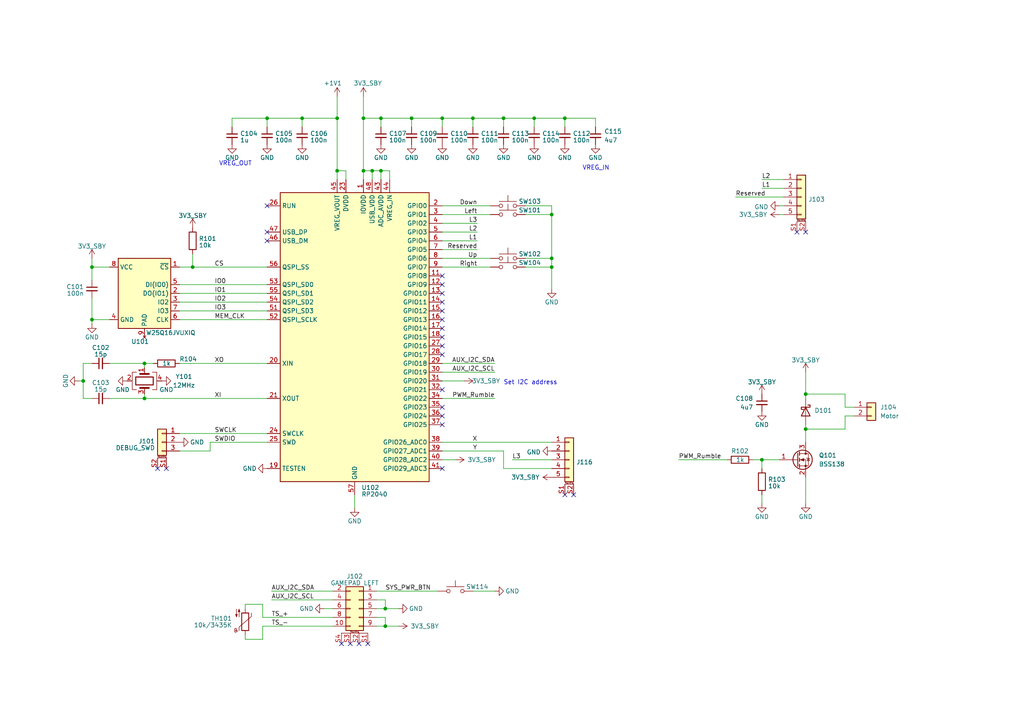
<source format=kicad_sch>
(kicad_sch (version 20230121) (generator eeschema)
  (paper "A4")
  (lib_symbols
    (symbol "Connector_Generic:Conn_01x02" (pin_names (offset 1.016) hide)
      (property "Reference" "J" (at 0 2.54 0))
      (property "Value" "Conn_01x02" (at 0 -5.08 0))
      (symbol "Conn_01x02_1_1"
        (rectangle (start -1.27 -2.413) (end 0 -2.667) (stroke (width 0.1524)))
        (rectangle (start -1.27 0.127) (end 0 -0.127) (stroke (width 0.1524)))
        (rectangle (start -1.27 1.27) (end 1.27 -3.81) (stroke (width 0.254)) (fill (type background)))
        (pin passive line (at -5.08 0 0) (length 3.81) (name "Pin_1") (number "1"))
        (pin passive line (at -5.08 -2.54 0) (length 3.81) (name "Pin_2") (number "2"))
      )
    )
    (symbol "Device:Thermistor_NTC" (pin_numbers hide) (pin_names (offset 0))
      (property "Reference" "TH" (at -4.445 0 90))
      (property "Value" "Thermistor_NTC" (at 3.175 0 90))
      (symbol "Thermistor_NTC_0_1"
        (arc (start -3.048 2.159) (mid -3.0495 2.3143) (end -3.175 2.413))
        (arc (start -3.048 2.159) (mid -2.9736 1.9794) (end -2.794 1.905))
        (arc (start -3.048 2.794) (mid -2.9736 2.6144) (end -2.794 2.54))
        (arc (start -2.794 1.905) (mid -2.6144 1.9794) (end -2.54 2.159))
        (arc (start -2.794 2.54) (mid -2.4393 2.5587) (end -2.159 2.794))
        (arc (start -2.794 3.048) (mid -2.9736 2.9736) (end -3.048 2.794))
        (arc (start -2.54 2.794) (mid -2.6144 2.9736) (end -2.794 3.048))
        (rectangle (start -1.016 2.54) (end 1.016 -2.54) (stroke (width 0.254)))
        (polyline (pts (xy -2.54 2.159) (xy -2.54 2.794)))
        (polyline (pts (xy -1.778 2.54) (xy -1.778 1.524) (xy 1.778 -1.524) (xy 1.778 -2.54)))
        (polyline (pts (xy -2.54 -3.683) (xy -2.54 -1.397) (xy -2.794 -2.159) (xy -2.286 -2.159) (xy -2.54 -1.397) (xy -2.54 -1.651)) (fill (type outline)))
        (polyline (pts (xy -1.778 -1.397) (xy -1.778 -3.683) (xy -2.032 -2.921) (xy -1.524 -2.921) (xy -1.778 -3.683) (xy -1.778 -3.429)) (fill (type outline)))
      )
      (symbol "Thermistor_NTC_1_1"
        (pin passive line (at 0 3.81 270) (length 1.27) (name "~") (number "1"))
        (pin passive line (at 0 -3.81 90) (length 1.27) (name "~") (number "2"))
      )
    )
    (symbol "PS2:3V5_SBY" (power) (pin_names (offset 0))
      (property "Value" "3V3_SBY" (at 0 3.556 0))
      (symbol "3V5_SBY_0_1"
        (polyline (pts (xy -0.762 1.27) (xy 0 2.54)))
        (polyline (pts (xy 0 0) (xy 0 2.54)))
        (polyline (pts (xy 0 2.54) (xy 0.762 1.27)))
      )
      (symbol "3V5_SBY_1_1"
        (pin power_in line (at 0 0 90) (length 0) hide (name "3V3_SBY") (number "1"))
      )
    )
    (symbol "PS2:BSS138-TP" (pin_names hide)
      (property "Reference" "Q" (at 5.08 1.905 0))
      (property "Value" "BSS138" (at 5.08 0 0))
      (symbol "BSS138-TP_0_1"
        (polyline (pts (xy 0.254 0) (xy -2.54 0)))
        (polyline (pts (xy 0.254 1.905) (xy 0.254 -1.905)) (stroke (width 0.254)))
        (polyline (pts (xy 0.762 -1.27) (xy 0.762 -2.286)) (stroke (width 0.254)))
        (polyline (pts (xy 0.762 0.508) (xy 0.762 -0.508)) (stroke (width 0.254)))
        (polyline (pts (xy 0.762 2.286) (xy 0.762 1.27)) (stroke (width 0.254)))
        (polyline (pts (xy 2.54 2.54) (xy 2.54 1.778)))
        (polyline (pts (xy 2.54 -2.54) (xy 2.54 0) (xy 0.762 0)))
        (polyline (pts (xy 0.762 -1.778) (xy 3.302 -1.778) (xy 3.302 1.778) (xy 0.762 1.778)))
        (polyline (pts (xy 1.016 0) (xy 2.032 0.381) (xy 2.032 -0.381) (xy 1.016 0)) (fill (type outline)))
        (polyline (pts (xy 2.794 0.508) (xy 2.921 0.381) (xy 3.683 0.381) (xy 3.81 0.254)))
        (polyline (pts (xy 3.302 0.381) (xy 2.921 -0.254) (xy 3.683 -0.254) (xy 3.302 0.381)))
        (circle (center 1.651 0) (radius 2.794) (stroke (width 0.254)))
        (circle (center 2.54 -1.778) (radius 0.254) (fill (type outline)))
        (circle (center 2.54 1.778) (radius 0.254) (fill (type outline)))
      )
      (symbol "BSS138-TP_1_1"
        (pin input line (at -5.08 0 0) (length 2.54) (name "G") (number "1"))
        (pin passive line (at 2.54 -5.08 90) (length 2.54) (name "S") (number "2"))
        (pin passive line (at 2.54 5.08 270) (length 2.54) (name "D") (number "3"))
      )
    )
    (symbol "PS2:Crystal_GND24" (pin_names (offset 1.016) hide)
      (property "Reference" "Y" (at 3.175 5.08 0))
      (property "Value" "Crystal_GND24" (at 3.175 3.175 0))
      (symbol "Crystal_GND24_0_1"
        (rectangle (start -1.143 2.54) (end 1.143 -2.54) (stroke (width 0.3048)))
        (polyline (pts (xy -2.54 0) (xy -2.032 0)))
        (polyline (pts (xy -2.032 -1.27) (xy -2.032 1.27)) (stroke (width 0.508)))
        (polyline (pts (xy 0 -3.81) (xy 0 -3.556)))
        (polyline (pts (xy 0 3.556) (xy 0 3.81)))
        (polyline (pts (xy 2.032 -1.27) (xy 2.032 1.27)) (stroke (width 0.508)))
        (polyline (pts (xy 2.032 0) (xy 2.54 0)))
        (polyline (pts (xy -2.54 -2.286) (xy -2.54 -3.556) (xy 2.54 -3.556) (xy 2.54 -2.286)))
        (polyline (pts (xy -2.54 2.286) (xy -2.54 3.556) (xy 2.54 3.556) (xy 2.54 2.286)))
      )
      (symbol "Crystal_GND24_1_1"
        (pin passive line (at -3.81 0 0) (length 1.27) (name "1") (number "1"))
        (pin passive line (at 0 5.08 270) (length 1.27) (name "2") (number "2"))
        (pin passive line (at 3.81 0 180) (length 1.27) (name "3") (number "3"))
        (pin passive line (at 0 -5.08 90) (length 1.27) (name "4") (number "4"))
      )
    )
    (symbol "PS2:DF40C-10DP-0.4V" (pin_names (offset 1.016) hide)
      (property "Reference" "J" (at 1.27 7.62 0))
      (property "Value" "DF40C-10DP" (at 6.35 -7.62 0))
      (symbol "DF40C-10DP-0.4V_1_1"
        (rectangle (start -1.27 -4.953) (end 0 -5.207) (stroke (width 0.1524)))
        (rectangle (start -1.27 -2.413) (end 0 -2.667) (stroke (width 0.1524)))
        (rectangle (start -1.27 0.127) (end 0 -0.127) (stroke (width 0.1524)))
        (rectangle (start -1.27 2.667) (end 0 2.413) (stroke (width 0.1524)))
        (rectangle (start -1.27 5.207) (end 0 4.953) (stroke (width 0.1524)))
        (rectangle (start -1.27 6.35) (end 3.81 -6.35) (stroke (width 0.254)) (fill (type background)))
        (polyline (pts (xy -2.54 -7.112) (xy 5.08 -7.112)) (stroke (width 0.1524)))
        (rectangle (start 3.81 -4.953) (end 2.54 -5.207) (stroke (width 0.1524)))
        (rectangle (start 3.81 -2.413) (end 2.54 -2.667) (stroke (width 0.1524)))
        (rectangle (start 3.81 0.127) (end 2.54 -0.127) (stroke (width 0.1524)))
        (rectangle (start 3.81 2.667) (end 2.54 2.413) (stroke (width 0.1524)))
        (rectangle (start 3.81 5.207) (end 2.54 4.953) (stroke (width 0.1524)))
        (text "Mounting" (at 1.27 -6.731 0) (effects (font (size 0.381 0.381))))
        (pin passive line (at -5.08 5.08 0) (length 3.81) (name "Pin_1") (number "1"))
        (pin passive line (at 7.62 -5.08 180) (length 3.81) (name "Pin_10") (number "10"))
        (pin passive line (at 7.62 5.08 180) (length 3.81) (name "Pin_2") (number "2"))
        (pin passive line (at -5.08 2.54 0) (length 3.81) (name "Pin_3") (number "3"))
        (pin passive line (at 7.62 2.54 180) (length 3.81) (name "Pin_4") (number "4"))
        (pin passive line (at -5.08 0 0) (length 3.81) (name "Pin_5") (number "5"))
        (pin passive line (at 7.62 0 180) (length 3.81) (name "Pin_6") (number "6"))
        (pin passive line (at -5.08 -2.54 0) (length 3.81) (name "Pin_7") (number "7"))
        (pin passive line (at 7.62 -2.54 180) (length 3.81) (name "Pin_8") (number "8"))
        (pin passive line (at -5.08 -5.08 0) (length 3.81) (name "Pin_9") (number "9"))
        (pin passive line (at -2.54 -10.16 90) (length 3.048) (name "MountPin") (number "S1"))
        (pin passive line (at 0 -10.16 90) (length 3.048) (name "MountPin") (number "S2"))
        (pin passive line (at 2.54 -10.16 90) (length 3.048) (name "MountPin") (number "S3"))
        (pin passive line (at 5.08 -10.16 90) (length 3.048) (name "MountPin") (number "S4"))
      )
    )
    (symbol "PS2:Molex_5034800540_FFC_5Pin" (pin_names (offset 1.016) hide)
      (property "Reference" "J" (at 0 7.62 0))
      (property "Value" "Molex_5034800540_FFC_5Pin" (at 1.905 0 0))
      (symbol "Molex_5034800540_FFC_5Pin_1_1"
        (rectangle (start -1.27 -4.953) (end 0 -5.207) (stroke (width 0.1524)))
        (rectangle (start -1.27 -2.413) (end 0 -2.667) (stroke (width 0.1524)))
        (rectangle (start -1.27 0.127) (end 0 -0.127) (stroke (width 0.1524)))
        (rectangle (start -1.27 2.667) (end 0 2.413) (stroke (width 0.1524)))
        (rectangle (start -1.27 5.207) (end 0 4.953) (stroke (width 0.1524)))
        (rectangle (start -1.27 6.35) (end 1.27 -6.35) (stroke (width 0.254)) (fill (type background)))
        (polyline (pts (xy -1.27 -7.112) (xy 1.27 -7.112)) (stroke (width 0.1524)))
        (text "Mounting" (at 0 -6.731 0) (effects (font (size 0.381 0.381))))
        (pin passive line (at -5.08 5.08 0) (length 3.81) (name "Pin_1") (number "1"))
        (pin passive line (at -5.08 2.54 0) (length 3.81) (name "Pin_2") (number "2"))
        (pin passive line (at -5.08 0 0) (length 3.81) (name "Pin_3") (number "3"))
        (pin passive line (at -5.08 -2.54 0) (length 3.81) (name "Pin_4") (number "4"))
        (pin passive line (at -5.08 -5.08 0) (length 3.81) (name "Pin_5") (number "5"))
        (pin passive line (at -1.27 -10.16 90) (length 3.048) (name "MountPin") (number "S1"))
        (pin passive line (at 1.27 -10.16 90) (length 3.048) (name "MountPin") (number "S2"))
      )
    )
    (symbol "PS2:NSR0240P2" (pin_numbers hide) (pin_names (offset 1.016) hide)
      (property "Reference" "D" (at 0 2.54 0))
      (symbol "NSR0240P2_0_1"
        (polyline (pts (xy 1.27 0) (xy -1.27 0)))
        (polyline (pts (xy 1.27 1.27) (xy 1.27 -1.27) (xy -1.27 0) (xy 1.27 1.27)) (stroke (width 0.254)))
        (polyline (pts (xy -1.905 0.635) (xy -1.905 1.27) (xy -1.27 1.27) (xy -1.27 -1.27) (xy -0.635 -1.27) (xy -0.635 -0.635)) (stroke (width 0.254)))
      )
      (symbol "NSR0240P2_1_1"
        (pin passive line (at -3.81 0 0) (length 2.54) (name "K") (number "1"))
        (pin passive line (at 3.81 0 180) (length 2.54) (name "A") (number "2"))
      )
    )
    (symbol "PS2:RP2040"
      (property "Reference" "U" (at 17.78 45.72 0))
      (property "Value" "RP2040" (at 17.78 43.18 0))
      (property "Part Number" "RP2040" (at 0 0 0))
      (symbol "RP2040_0_1"
        (rectangle (start -21.59 41.91) (end 21.59 -41.91) (stroke (width 0.254)) (fill (type background)))
      )
      (symbol "RP2040_1_1"
        (pin power_in line (at 2.54 45.72 270) (length 3.81) (name "IOVDD") (number "1"))
        (pin passive line (at 2.54 45.72 270) (length 3.81) hide (name "IOVDD") (number "10"))
        (pin bidirectional line (at 25.4 17.78 180) (length 3.81) (name "GPIO8") (number "11"))
        (pin bidirectional line (at 25.4 15.24 180) (length 3.81) (name "GPIO9") (number "12"))
        (pin bidirectional line (at 25.4 12.7 180) (length 3.81) (name "GPIO10") (number "13"))
        (pin bidirectional line (at 25.4 10.16 180) (length 3.81) (name "GPIO11") (number "14"))
        (pin bidirectional line (at 25.4 7.62 180) (length 3.81) (name "GPIO12") (number "15"))
        (pin bidirectional line (at 25.4 5.08 180) (length 3.81) (name "GPIO13") (number "16"))
        (pin bidirectional line (at 25.4 2.54 180) (length 3.81) (name "GPIO14") (number "17"))
        (pin bidirectional line (at 25.4 0 180) (length 3.81) (name "GPIO15") (number "18"))
        (pin input line (at -25.4 -38.1 0) (length 3.81) (name "TESTEN") (number "19"))
        (pin bidirectional line (at 25.4 38.1 180) (length 3.81) (name "GPIO0") (number "2"))
        (pin input line (at -25.4 -7.62 0) (length 3.81) (name "XIN") (number "20"))
        (pin passive line (at -25.4 -17.78 0) (length 3.81) (name "XOUT") (number "21"))
        (pin passive line (at 2.54 45.72 270) (length 3.81) hide (name "IOVDD") (number "22"))
        (pin power_in line (at -2.54 45.72 270) (length 3.81) (name "DVDD") (number "23"))
        (pin output line (at -25.4 -27.94 0) (length 3.81) (name "SWCLK") (number "24"))
        (pin bidirectional line (at -25.4 -30.48 0) (length 3.81) (name "SWD") (number "25"))
        (pin input line (at -25.4 38.1 0) (length 3.81) (name "RUN") (number "26"))
        (pin bidirectional line (at 25.4 -2.54 180) (length 3.81) (name "GPIO16") (number "27"))
        (pin bidirectional line (at 25.4 -5.08 180) (length 3.81) (name "GPIO17") (number "28"))
        (pin bidirectional line (at 25.4 -7.62 180) (length 3.81) (name "GPIO18") (number "29"))
        (pin bidirectional line (at 25.4 35.56 180) (length 3.81) (name "GPIO1") (number "3"))
        (pin bidirectional line (at 25.4 -10.16 180) (length 3.81) (name "GPIO19") (number "30"))
        (pin bidirectional line (at 25.4 -12.7 180) (length 3.81) (name "GPIO20") (number "31"))
        (pin bidirectional line (at 25.4 -15.24 180) (length 3.81) (name "GPIO21") (number "32"))
        (pin passive line (at 2.54 45.72 270) (length 3.81) hide (name "IOVDD") (number "33"))
        (pin bidirectional line (at 25.4 -17.78 180) (length 3.81) (name "GPIO22") (number "34"))
        (pin bidirectional line (at 25.4 -20.32 180) (length 3.81) (name "GPIO23") (number "35"))
        (pin bidirectional line (at 25.4 -22.86 180) (length 3.81) (name "GPIO24") (number "36"))
        (pin bidirectional line (at 25.4 -25.4 180) (length 3.81) (name "GPIO25") (number "37"))
        (pin bidirectional line (at 25.4 -30.48 180) (length 3.81) (name "GPIO26_ADC0") (number "38"))
        (pin bidirectional line (at 25.4 -33.02 180) (length 3.81) (name "GPIO27_ADC1") (number "39"))
        (pin bidirectional line (at 25.4 33.02 180) (length 3.81) (name "GPIO2") (number "4"))
        (pin bidirectional line (at 25.4 -35.56 180) (length 3.81) (name "GPIO28_ADC2") (number "40"))
        (pin bidirectional line (at 25.4 -38.1 180) (length 3.81) (name "GPIO29_ADC3") (number "41"))
        (pin passive line (at 2.54 45.72 270) (length 3.81) hide (name "IOVDD") (number "42"))
        (pin power_in line (at 7.62 45.72 270) (length 3.81) (name "ADC_AVDD") (number "43"))
        (pin power_in line (at 10.16 45.72 270) (length 3.81) (name "VREG_IN") (number "44"))
        (pin power_out line (at -5.08 45.72 270) (length 3.81) (name "VREG_VOUT") (number "45"))
        (pin bidirectional line (at -25.4 27.94 0) (length 3.81) (name "USB_DM") (number "46"))
        (pin bidirectional line (at -25.4 30.48 0) (length 3.81) (name "USB_DP") (number "47"))
        (pin power_in line (at 5.08 45.72 270) (length 3.81) (name "USB_VDD") (number "48"))
        (pin passive line (at 2.54 45.72 270) (length 3.81) hide (name "IOVDD") (number "49"))
        (pin bidirectional line (at 25.4 30.48 180) (length 3.81) (name "GPIO3") (number "5"))
        (pin passive line (at -2.54 45.72 270) (length 3.81) hide (name "DVDD") (number "50"))
        (pin bidirectional line (at -25.4 7.62 0) (length 3.81) (name "QSPI_SD3") (number "51"))
        (pin output line (at -25.4 5.08 0) (length 3.81) (name "QSPI_SCLK") (number "52"))
        (pin bidirectional line (at -25.4 15.24 0) (length 3.81) (name "QSPI_SD0") (number "53"))
        (pin bidirectional line (at -25.4 10.16 0) (length 3.81) (name "QSPI_SD2") (number "54"))
        (pin bidirectional line (at -25.4 12.7 0) (length 3.81) (name "QSPI_SD1") (number "55"))
        (pin bidirectional line (at -25.4 20.32 0) (length 3.81) (name "QSPI_SS") (number "56"))
        (pin power_in line (at 0 -45.72 90) (length 3.81) (name "GND") (number "57"))
        (pin bidirectional line (at 25.4 27.94 180) (length 3.81) (name "GPIO4") (number "6"))
        (pin bidirectional line (at 25.4 25.4 180) (length 3.81) (name "GPIO5") (number "7"))
        (pin bidirectional line (at 25.4 22.86 180) (length 3.81) (name "GPIO6") (number "8"))
        (pin bidirectional line (at 25.4 20.32 180) (length 3.81) (name "GPIO7") (number "9"))
      )
    )
    (symbol "PS2:RP2040_Debug_Conn_3Pin_Vertical" (pin_names (offset 1.016) hide)
      (property "Reference" "J" (at 0 5.08 0))
      (symbol "RP2040_Debug_Conn_3Pin_Vertical_1_1"
        (rectangle (start -1.27 -2.413) (end 0 -2.667) (stroke (width 0.1524)))
        (rectangle (start -1.27 0.127) (end 0 -0.127) (stroke (width 0.1524)))
        (rectangle (start -1.27 2.667) (end 0 2.413) (stroke (width 0.1524)))
        (rectangle (start -1.27 3.81) (end 1.27 -3.81) (stroke (width 0.254)) (fill (type background)))
        (polyline (pts (xy -1.27 -4.572) (xy 1.27 -4.572)) (stroke (width 0.1524)))
        (text "Mounting" (at 0 -4.191 0) (effects (font (size 0.381 0.381))))
        (pin passive line (at -5.08 2.54 0) (length 3.81) (name "Pin_1") (number "1"))
        (pin passive line (at -5.08 0 0) (length 3.81) (name "Pin_2") (number "2"))
        (pin passive line (at -5.08 -2.54 0) (length 3.81) (name "Pin_3") (number "3"))
        (pin passive line (at -1.27 -7.62 90) (length 3.048) (name "MountPin") (number "S1"))
        (pin passive line (at 1.27 -7.62 90) (length 3.048) (name "MountPin") (number "S2"))
      )
    )
    (symbol "PS2:W25Q16JVUXIQ"
      (property "Reference" "U" (at -6.35 11.43 0))
      (property "Value" "W25Q16JVUXIQ" (at 7.62 11.43 0))
      (symbol "W25Q16JVUXIQ_0_1"
        (rectangle (start -7.62 10.16) (end 7.62 -10.16) (stroke (width 0.254)) (fill (type background)))
      )
      (symbol "W25Q16JVUXIQ_1_1"
        (pin input line (at -10.16 7.62 0) (length 2.54) (name "~{CS}") (number "1"))
        (pin bidirectional line (at -10.16 0 0) (length 2.54) (name "DO(IO1)") (number "2"))
        (pin bidirectional line (at -10.16 -2.54 0) (length 2.54) (name "IO2") (number "3"))
        (pin power_in line (at 10.16 -7.62 180) (length 2.54) (name "GND") (number "4"))
        (pin bidirectional line (at -10.16 2.54 0) (length 2.54) (name "DI(IO0)") (number "5"))
        (pin input line (at -10.16 -7.62 0) (length 2.54) (name "CLK") (number "6"))
        (pin bidirectional line (at -10.16 -5.08 0) (length 2.54) (name "IO3") (number "7"))
        (pin power_in line (at 10.16 7.62 180) (length 2.54) (name "VCC") (number "8"))
        (pin no_connect line (at 0 -12.7 90) (length 2.54) (name "PAD") (number "9"))
      )
    )
    (symbol "PS2_Capacitors:C_100n_0402" (pin_numbers hide) (pin_names (offset 0.254) hide)
      (property "Reference" "C" (at 0.254 1.778 0))
      (property "Value" "100n" (at 0.254 -2.032 0))
      (symbol "C_100n_0402_0_1"
        (polyline (pts (xy -1.524 -0.508) (xy 1.524 -0.508)) (stroke (width 0.3302)))
        (polyline (pts (xy -1.524 0.508) (xy 1.524 0.508)) (stroke (width 0.3048)))
      )
      (symbol "C_100n_0402_1_1"
        (pin passive line (at 0 2.54 270) (length 2.032) (name "~") (number "1"))
        (pin passive line (at 0 -2.54 90) (length 2.032) (name "~") (number "2"))
      )
    )
    (symbol "PS2_Capacitors:C_15p_0402" (pin_numbers hide) (pin_names (offset 0.254) hide)
      (property "Reference" "C" (at 0.254 1.778 0))
      (property "Value" "15p" (at 0.254 -2.032 0))
      (symbol "C_15p_0402_0_1"
        (polyline (pts (xy -1.524 -0.508) (xy 1.524 -0.508)) (stroke (width 0.3302)))
        (polyline (pts (xy -1.524 0.508) (xy 1.524 0.508)) (stroke (width 0.3048)))
      )
      (symbol "C_15p_0402_1_1"
        (pin passive line (at 0 2.54 270) (length 2.032) (name "~") (number "1"))
        (pin passive line (at 0 -2.54 90) (length 2.032) (name "~") (number "2"))
      )
    )
    (symbol "PS2_Capacitors:C_1u_0603" (pin_numbers hide) (pin_names (offset 0.254) hide)
      (property "Reference" "C" (at 0.254 1.778 0))
      (property "Value" "1u" (at 0.254 -2.032 0))
      (symbol "C_1u_0603_0_1"
        (polyline (pts (xy -1.524 -0.508) (xy 1.524 -0.508)) (stroke (width 0.3302)))
        (polyline (pts (xy -1.524 0.508) (xy 1.524 0.508)) (stroke (width 0.3048)))
      )
      (symbol "C_1u_0603_1_1"
        (pin passive line (at 0 2.54 270) (length 2.032) (name "~") (number "1"))
        (pin passive line (at 0 -2.54 90) (length 2.032) (name "~") (number "2"))
      )
    )
    (symbol "PS2_Capacitors:C_4u7_0805" (pin_numbers hide) (pin_names (offset 0.254) hide)
      (property "Reference" "C" (at 0.254 1.778 0))
      (property "Value" "4u7" (at 0.254 -2.032 0))
      (symbol "C_4u7_0805_0_1"
        (polyline (pts (xy -1.524 -0.508) (xy 1.524 -0.508)) (stroke (width 0.3302)))
        (polyline (pts (xy -1.524 0.508) (xy 1.524 0.508)) (stroke (width 0.3048)))
      )
      (symbol "C_4u7_0805_1_1"
        (pin passive line (at 0 2.54 270) (length 2.032) (name "~") (number "1"))
        (pin passive line (at 0 -2.54 90) (length 2.032) (name "~") (number "2"))
      )
    )
    (symbol "PS2_Resistors:R_10k_0402" (pin_numbers hide) (pin_names (offset 0))
      (property "Reference" "R" (at 2.032 0 90))
      (property "Value" "10k" (at 0 0 90))
      (symbol "R_10k_0402_0_1"
        (rectangle (start -1.016 -2.54) (end 1.016 2.54) (stroke (width 0.254)))
      )
      (symbol "R_10k_0402_1_1"
        (pin passive line (at 0 3.81 270) (length 1.27) (name "~") (number "1"))
        (pin passive line (at 0 -3.81 90) (length 1.27) (name "~") (number "2"))
      )
    )
    (symbol "PS2_Resistors:R_1k_0402" (pin_numbers hide) (pin_names (offset 0))
      (property "Reference" "R" (at 2.032 0 90))
      (property "Value" "1k" (at 0 0 90))
      (symbol "R_1k_0402_0_1"
        (rectangle (start -1.016 -2.54) (end 1.016 2.54) (stroke (width 0.254)))
      )
      (symbol "R_1k_0402_1_1"
        (pin passive line (at 0 3.81 270) (length 1.27) (name "~") (number "1"))
        (pin passive line (at 0 -3.81 90) (length 1.27) (name "~") (number "2"))
      )
    )
    (symbol "Switch:SW_Push" (pin_numbers hide) (pin_names (offset 1.016) hide)
      (property "Reference" "SW" (at 1.27 2.54 0))
      (property "Value" "SW_Push" (at 0 -1.524 0))
      (symbol "SW_Push_0_1"
        (circle (center -2.032 0) (radius 0.508))
        (polyline (pts (xy 0 1.27) (xy 0 3.048)))
        (polyline (pts (xy 2.54 1.27) (xy -2.54 1.27)))
        (circle (center 2.032 0) (radius 0.508))
        (pin passive line (at -5.08 0 0) (length 2.54) (name "1") (number "1"))
        (pin passive line (at 5.08 0 180) (length 2.54) (name "2") (number "2"))
      )
    )
    (symbol "power:+1V1" (power) (pin_names (offset 0))
      (property "Value" "+1V1" (at 0 3.556 0))
      (symbol "+1V1_0_1"
        (polyline (pts (xy -0.762 1.27) (xy 0 2.54)))
        (polyline (pts (xy 0 0) (xy 0 2.54)))
        (polyline (pts (xy 0 2.54) (xy 0.762 1.27)))
      )
      (symbol "+1V1_1_1"
        (pin power_in line (at 0 0 90) (length 0) hide (name "+1V1") (number "1"))
      )
    )
    (symbol "power:GND" (power) (pin_names (offset 0))
      (property "Value" "GND" (at 0 -3.81 0))
      (symbol "GND_0_1"
        (polyline (pts (xy 0 0) (xy 0 -1.27) (xy 1.27 -1.27) (xy 0 -2.54) (xy -1.27 -1.27) (xy 0 -1.27)))
      )
      (symbol "GND_1_1"
        (pin power_in line (at 0 0 270) (length 0) hide (name "GND") (number "1"))
      )
    )
  )
  (junction (at 233.68 114.3))
  (junction (at 233.68 124.46))
  (junction (at 105.41 34.29))
  (junction (at 41.91 115.57))
  (junction (at 87.63 34.29))
  (junction (at 160.02 74.93))
  (junction (at 220.98 133.35))
  (junction (at 160.02 62.23))
  (junction (at 154.94 34.29))
  (junction (at 24.13 110.49))
  (junction (at 110.49 34.29))
  (junction (at 137.16 34.29))
  (junction (at 111.76 181.61))
  (junction (at 160.02 77.47))
  (junction (at 128.27 34.29))
  (junction (at 111.76 176.53))
  (junction (at 77.47 34.29))
  (junction (at 55.88 77.47))
  (junction (at 105.41 49.53))
  (junction (at 110.49 49.53))
  (junction (at 26.67 77.47))
  (junction (at 97.79 34.29))
  (junction (at 107.95 49.53))
  (junction (at 26.67 92.71))
  (junction (at 163.83 34.29))
  (junction (at 97.79 49.53))
  (junction (at 41.91 105.41))
  (junction (at 146.05 34.29))
  (junction (at 119.38 34.29))
  (no_connect (at 128.27 102.87))
  (no_connect (at 128.27 85.09))
  (no_connect (at 128.27 113.03))
  (no_connect (at 128.27 82.55))
  (no_connect (at 106.68 186.69))
  (no_connect (at 166.37 143.51))
  (no_connect (at 128.27 95.25))
  (no_connect (at 128.27 87.63))
  (no_connect (at 128.27 123.19))
  (no_connect (at 231.14 67.31))
  (no_connect (at 77.47 69.85))
  (no_connect (at 128.27 135.89))
  (no_connect (at 128.27 97.79))
  (no_connect (at 45.72 135.89))
  (no_connect (at 128.27 118.11))
  (no_connect (at 99.06 186.69))
  (no_connect (at 77.47 67.31))
  (no_connect (at 233.68 67.31))
  (no_connect (at 128.27 92.71))
  (no_connect (at 104.14 186.69))
  (no_connect (at 128.27 100.33))
  (no_connect (at 128.27 80.01))
  (no_connect (at 101.6 186.69))
  (no_connect (at 77.47 59.69))
  (no_connect (at 128.27 120.65))
  (no_connect (at 48.26 135.89))
  (no_connect (at 163.83 143.51))
  (no_connect (at 128.27 90.17))
  (wire (pts (xy 110.49 34.29) (xy 110.49 36.83)))
  (wire (pts (xy 137.16 34.29) (xy 137.16 36.83)))
  (wire (pts (xy 128.27 64.77) (xy 138.43 64.77)))
  (wire (pts (xy 152.4 59.69) (xy 160.02 59.69)))
  (wire (pts (xy 137.16 34.29) (xy 128.27 34.29)))
  (wire (pts (xy 111.76 173.99) (xy 111.76 176.53)))
  (wire (pts (xy 128.27 69.85) (xy 138.43 69.85)))
  (wire (pts (xy 105.41 27.94) (xy 105.41 34.29)))
  (wire (pts (xy 148.59 133.35) (xy 160.02 133.35)))
  (wire (pts (xy 41.91 115.57) (xy 41.91 114.3)))
  (wire (pts (xy 146.05 130.81) (xy 146.05 135.89)))
  (wire (pts (xy 52.07 90.17) (xy 77.47 90.17)))
  (wire (pts (xy 110.49 34.29) (xy 105.41 34.29)))
  (wire (pts (xy 78.74 173.99) (xy 96.52 173.99)))
  (wire (pts (xy 152.4 77.47) (xy 160.02 77.47)))
  (wire (pts (xy 119.38 34.29) (xy 119.38 36.83)))
  (wire (pts (xy 152.4 74.93) (xy 160.02 74.93)))
  (wire (pts (xy 172.72 34.29) (xy 163.83 34.29)))
  (wire (pts (xy 154.94 34.29) (xy 146.05 34.29)))
  (wire (pts (xy 196.85 133.35) (xy 210.82 133.35)))
  (wire (pts (xy 52.07 82.55) (xy 77.47 82.55)))
  (wire (pts (xy 52.07 92.71) (xy 77.47 92.71)))
  (wire (pts (xy 77.47 115.57) (xy 41.91 115.57)))
  (wire (pts (xy 52.07 77.47) (xy 55.88 77.47)))
  (wire (pts (xy 41.91 105.41) (xy 44.45 105.41)))
  (wire (pts (xy 31.75 115.57) (xy 41.91 115.57)))
  (wire (pts (xy 163.83 34.29) (xy 154.94 34.29)))
  (wire (pts (xy 93.98 176.53) (xy 96.52 176.53)))
  (wire (pts (xy 233.68 138.43) (xy 233.68 146.05)))
  (wire (pts (xy 233.68 124.46) (xy 245.11 124.46)))
  (wire (pts (xy 111.76 181.61) (xy 115.57 181.61)))
  (wire (pts (xy 128.27 62.23) (xy 142.24 62.23)))
  (wire (pts (xy 67.31 34.29) (xy 77.47 34.29)))
  (wire (pts (xy 60.96 128.27) (xy 77.47 128.27)))
  (wire (pts (xy 76.2 175.26) (xy 76.2 179.07)))
  (wire (pts (xy 26.67 92.71) (xy 26.67 93.98)))
  (wire (pts (xy 128.27 72.39) (xy 138.43 72.39)))
  (wire (pts (xy 146.05 34.29) (xy 146.05 36.83)))
  (wire (pts (xy 172.72 36.83) (xy 172.72 34.29)))
  (wire (pts (xy 110.49 49.53) (xy 107.95 49.53)))
  (wire (pts (xy 163.83 34.29) (xy 163.83 36.83)))
  (wire (pts (xy 26.67 77.47) (xy 26.67 81.28)))
  (wire (pts (xy 160.02 62.23) (xy 160.02 74.93)))
  (wire (pts (xy 160.02 59.69) (xy 160.02 62.23)))
  (wire (pts (xy 160.02 77.47) (xy 160.02 83.82)))
  (wire (pts (xy 115.57 176.53) (xy 111.76 176.53)))
  (wire (pts (xy 128.27 34.29) (xy 128.27 36.83)))
  (wire (pts (xy 233.68 124.46) (xy 233.68 123.19)))
  (wire (pts (xy 128.27 74.93) (xy 142.24 74.93)))
  (wire (pts (xy 107.95 49.53) (xy 107.95 52.07)))
  (wire (pts (xy 146.05 135.89) (xy 160.02 135.89)))
  (wire (pts (xy 220.98 52.07) (xy 227.33 52.07)))
  (wire (pts (xy 26.67 77.47) (xy 31.75 77.47)))
  (wire (pts (xy 55.88 77.47) (xy 77.47 77.47)))
  (wire (pts (xy 146.05 34.29) (xy 137.16 34.29)))
  (wire (pts (xy 26.67 92.71) (xy 31.75 92.71)))
  (wire (pts (xy 233.68 107.95) (xy 233.68 114.3)))
  (wire (pts (xy 97.79 34.29) (xy 97.79 49.53)))
  (wire (pts (xy 26.67 86.36) (xy 26.67 92.71)))
  (wire (pts (xy 128.27 115.57) (xy 143.51 115.57)))
  (wire (pts (xy 226.06 62.23) (xy 227.33 62.23)))
  (wire (pts (xy 24.13 105.41) (xy 26.67 105.41)))
  (wire (pts (xy 128.27 110.49) (xy 134.62 110.49)))
  (wire (pts (xy 220.98 135.89) (xy 220.98 133.35)))
  (wire (pts (xy 233.68 114.3) (xy 245.11 114.3)))
  (wire (pts (xy 52.07 125.73) (xy 77.47 125.73)))
  (wire (pts (xy 247.65 120.65) (xy 245.11 120.65)))
  (wire (pts (xy 109.22 171.45) (xy 127 171.45)))
  (wire (pts (xy 52.07 85.09) (xy 77.47 85.09)))
  (wire (pts (xy 110.49 34.29) (xy 119.38 34.29)))
  (wire (pts (xy 77.47 34.29) (xy 87.63 34.29)))
  (wire (pts (xy 160.02 74.93) (xy 160.02 77.47)))
  (wire (pts (xy 76.2 185.42) (xy 76.2 181.61)))
  (wire (pts (xy 110.49 49.53) (xy 110.49 52.07)))
  (wire (pts (xy 24.13 110.49) (xy 24.13 105.41)))
  (wire (pts (xy 109.22 181.61) (xy 111.76 181.61)))
  (wire (pts (xy 76.2 179.07) (xy 96.52 179.07)))
  (wire (pts (xy 52.07 105.41) (xy 77.47 105.41)))
  (wire (pts (xy 128.27 130.81) (xy 146.05 130.81)))
  (wire (pts (xy 119.38 34.29) (xy 128.27 34.29)))
  (wire (pts (xy 78.74 171.45) (xy 96.52 171.45)))
  (wire (pts (xy 233.68 124.46) (xy 233.68 128.27)))
  (wire (pts (xy 60.96 130.81) (xy 60.96 128.27)))
  (wire (pts (xy 97.79 27.94) (xy 97.79 34.29)))
  (wire (pts (xy 128.27 107.95) (xy 143.51 107.95)))
  (wire (pts (xy 128.27 128.27) (xy 160.02 128.27)))
  (wire (pts (xy 128.27 67.31) (xy 138.43 67.31)))
  (wire (pts (xy 55.88 73.66) (xy 55.88 77.47)))
  (wire (pts (xy 71.12 176.53) (xy 71.12 175.26)))
  (wire (pts (xy 109.22 179.07) (xy 111.76 179.07)))
  (wire (pts (xy 245.11 118.11) (xy 245.11 114.3)))
  (wire (pts (xy 97.79 49.53) (xy 100.33 49.53)))
  (wire (pts (xy 97.79 52.07) (xy 97.79 49.53)))
  (wire (pts (xy 213.36 57.15) (xy 227.33 57.15)))
  (wire (pts (xy 220.98 143.51) (xy 220.98 146.05)))
  (wire (pts (xy 152.4 62.23) (xy 160.02 62.23)))
  (wire (pts (xy 111.76 179.07) (xy 111.76 181.61)))
  (wire (pts (xy 87.63 34.29) (xy 97.79 34.29)))
  (wire (pts (xy 26.67 115.57) (xy 24.13 115.57)))
  (wire (pts (xy 111.76 173.99) (xy 109.22 173.99)))
  (wire (pts (xy 220.98 133.35) (xy 226.06 133.35)))
  (wire (pts (xy 113.03 52.07) (xy 113.03 49.53)))
  (wire (pts (xy 218.44 133.35) (xy 220.98 133.35)))
  (wire (pts (xy 87.63 34.29) (xy 87.63 36.83)))
  (wire (pts (xy 102.87 143.51) (xy 102.87 147.32)))
  (wire (pts (xy 143.51 171.45) (xy 137.16 171.45)))
  (wire (pts (xy 245.11 120.65) (xy 245.11 124.46)))
  (wire (pts (xy 226.06 59.69) (xy 227.33 59.69)))
  (wire (pts (xy 67.31 36.83) (xy 67.31 34.29)))
  (wire (pts (xy 76.2 181.61) (xy 96.52 181.61)))
  (wire (pts (xy 26.67 74.93) (xy 26.67 77.47)))
  (wire (pts (xy 77.47 34.29) (xy 77.47 36.83)))
  (wire (pts (xy 52.07 130.81) (xy 60.96 130.81)))
  (wire (pts (xy 128.27 105.41) (xy 143.51 105.41)))
  (wire (pts (xy 105.41 49.53) (xy 105.41 52.07)))
  (wire (pts (xy 247.65 118.11) (xy 245.11 118.11)))
  (wire (pts (xy 128.27 133.35) (xy 132.08 133.35)))
  (wire (pts (xy 41.91 106.68) (xy 41.91 105.41)))
  (wire (pts (xy 154.94 34.29) (xy 154.94 36.83)))
  (wire (pts (xy 71.12 185.42) (xy 76.2 185.42)))
  (wire (pts (xy 128.27 59.69) (xy 142.24 59.69)))
  (wire (pts (xy 111.76 176.53) (xy 109.22 176.53)))
  (wire (pts (xy 31.75 105.41) (xy 41.91 105.41)))
  (wire (pts (xy 100.33 49.53) (xy 100.33 52.07)))
  (wire (pts (xy 107.95 49.53) (xy 105.41 49.53)))
  (wire (pts (xy 105.41 34.29) (xy 105.41 49.53)))
  (wire (pts (xy 71.12 175.26) (xy 76.2 175.26)))
  (wire (pts (xy 24.13 115.57) (xy 24.13 110.49)))
  (wire (pts (xy 233.68 114.3) (xy 233.68 115.57)))
  (wire (pts (xy 113.03 49.53) (xy 110.49 49.53)))
  (wire (pts (xy 71.12 184.15) (xy 71.12 185.42)))
  (wire (pts (xy 22.86 110.49) (xy 24.13 110.49)))
  (wire (pts (xy 128.27 77.47) (xy 142.24 77.47)))
  (wire (pts (xy 220.98 54.61) (xy 227.33 54.61)))
  (wire (pts (xy 52.07 87.63) (xy 77.47 87.63)))
  (text "VREG_OUT" (at 63.5 48.26 0) (effects (font (size 1.27 1.27)) (justify left bottom)))
  (text "VREG_IN" (at 168.91 49.53 0) (effects (font (size 1.27 1.27)) (justify left bottom)))
  (text "Set I2C address" (at 146.05 111.76 0) (effects (font (size 1.27 1.27)) (justify left bottom)))
  (label "Y" (at 138.43 130.81 180))
  (label "L2" (at 220.98 52.07 0))
  (label "AUX_I2C_SCL" (at 143.51 107.95 180))
  (label "AUX_I2C_SDA" (at 78.74 171.45 0))
  (label "X" (at 138.43 128.27 180))
  (label "PWM_Rumble" (at 196.85 133.35 0))
  (label "L1" (at 138.43 69.85 180))
  (label "TS_+" (at 78.74 179.07 0))
  (label "IO2" (at 62.23 87.63 0))
  (label "Reserved" (at 213.36 57.15 0))
  (label "L3" (at 138.43 64.77 180))
  (label "L1" (at 220.98 54.61 0))
  (label "TS_-" (at 78.74 181.61 0))
  (label "MEM_CLK" (at 62.23 92.71 0))
  (label "L2" (at 138.43 67.31 180))
  (label "L3" (at 148.59 133.35 0))
  (label "IO0" (at 62.23 82.55 0))
  (label "CS" (at 62.23 77.47 0))
  (label "SWDIO" (at 62.23 128.27 0))
  (label "AUX_I2C_SCL" (at 78.74 173.99 0))
  (label "SWCLK" (at 62.23 125.73 0))
  (label "PWM_Rumble" (at 143.51 115.57 180))
  (label "SYS_PWR_BTN" (at 111.76 171.45 0))
  (label "Up" (at 138.43 74.93 180))
  (label "Left" (at 138.43 62.23 180))
  (label "Down" (at 138.43 59.69 180))
  (label "Right" (at 138.43 77.47 180))
  (label "IO1" (at 62.23 85.09 0))
  (label "AUX_I2C_SDA" (at 143.51 105.41 180))
  (label "Reserved" (at 138.43 72.39 180))
  (label "XI" (at 62.23 115.57 0))
  (label "XO" (at 62.23 105.41 0))
  (label "IO3" (at 62.23 90.17 0))
  (symbol (lib_id "power:GND") (at 52.07 128.27 90) (unit 1)
    (property "Reference" "#PWR0114" (effects hide))
    (property "Value" "GND" (at 57.15 128.27 90))
  )
  (symbol (lib_id "power:GND") (at 172.72 41.91 0) (unit 1)
    (property "Reference" "#PWR0122" (effects hide))
    (property "Value" "GND" (at 172.72 45.72 0))
  )
  (symbol (lib_id "power:GND") (at 87.63 41.91 0) (unit 1)
    (property "Reference" "#PWR0109" (effects hide))
    (property "Value" "GND" (at 87.63 45.72 0))
  )
  (symbol (lib_id "power:GND") (at 233.68 146.05 0) (unit 1)
    (property "Reference" "#PWR0129" (effects hide))
    (property "Value" "GND" (at 233.68 149.86 0))
  )
  (symbol (lib_id "PS2:3V5_SBY") (at 160.02 138.43 90) (unit 1)
    (property "Reference" "#PWR0118" (effects hide))
    (property "Value" "3V3_SBY" (at 152.4 138.43 90))
  )
  (symbol (lib_id "power:GND") (at 143.51 171.45 90) (unit 1)
    (property "Reference" "#PWR0159" (effects hide))
    (property "Value" "GND" (at 148.59 171.45 90))
  )
  (symbol (lib_id "PS2_Capacitors:C_100n_0402") (at 163.83 39.37 0) (unit 1)
    (property "Reference" "C112" (at 166.1541 38.7326 0) (effects (justify left)))
    (property "Value" "100n" (at 166.1541 40.6536 0) (effects (justify left)))
    (property "Footprint" "PS2:C_0402_1005Metric" (effects hide))
    (property "Datasheet" "https://www.mouser.at/datasheet/2/447/UPY_NP0X5R_01005_4V_to_25V_V10-3003057.pdf" (effects hide))
    (property "Part Number" "CC0402KRX7R7BB104" (effects hide))
  )
  (symbol (lib_id "power:GND") (at 115.57 176.53 90) (mirror x) (unit 1)
    (property "Reference" "#PWR0131" (effects hide))
    (property "Value" "GND" (at 120.65 176.53 90))
  )
  (symbol (lib_id "PS2_Capacitors:C_1u_0603") (at 67.31 39.37 0) (unit 1)
    (property "Reference" "C104" (at 69.6341 38.7326 0) (effects (justify left)))
    (property "Value" "1u" (at 69.6341 40.6536 0) (effects (justify left)))
    (property "Footprint" "PS2:C_0603_1608Metric" (effects hide))
    (property "Datasheet" "https://www.mouser.at/datasheet/2/447/UPY_GPHC_X7R_6_3V_to_250V_23-3084653.pdf" (effects hide))
    (property "Part Number" "CC0603KRX7R7BB105" (effects hide))
  )
  (symbol (lib_id "power:+1V1") (at 97.79 27.94 0) (unit 1)
    (property "Reference" "#PWR0110" (effects hide))
    (property "Value" "+1V1" (at 96.52 24.13 0))
  )
  (symbol (lib_id "power:GND") (at 137.16 41.91 0) (unit 1)
    (property "Reference" "#PWR0117" (effects hide))
    (property "Value" "GND" (at 137.16 45.72 0))
  )
  (symbol (lib_id "power:GND") (at 119.38 41.91 0) (unit 1)
    (property "Reference" "#PWR0115" (effects hide))
    (property "Value" "GND" (at 119.38 45.72 0))
  )
  (symbol (lib_id "power:GND") (at 226.06 59.69 270) (unit 1)
    (property "Reference" "#PWR0134" (effects hide))
    (property "Value" "GND" (at 222.8851 60.0068 90) (effects (justify right)))
  )
  (symbol (lib_id "PS2:3V5_SBY") (at 105.41 27.94 0) (unit 1)
    (property "Reference" "#PWR0112" (effects hide))
    (property "Value" "3V3_SBY" (at 106.68 24.13 0))
  )
  (symbol (lib_id "PS2:Molex_5034800540_FFC_5Pin") (at 232.41 57.15 0) (unit 1)
    (property "Reference" "J103" (at 234.442 57.8224 0) (effects (justify left)))
    (property "Value" "Conn_01x05_MountingPin" (effects hide))
    (property "Footprint" "PS2:CON_5034800540_MOL" (effects hide))
    (property "Part Number" "5034800540" (effects hide))
  )
  (symbol (lib_id "power:GND") (at 102.87 147.32 0) (unit 1)
    (property "Reference" "#PWR0111" (effects hide))
    (property "Value" "GND" (at 102.87 151.13 0))
  )
  (symbol (lib_id "PS2_Capacitors:C_100n_0402") (at 154.94 39.37 0) (unit 1)
    (property "Reference" "C114" (at 157.2641 38.7326 0) (effects (justify left)))
    (property "Value" "100n" (at 157.2641 40.6536 0) (effects (justify left)))
    (property "Footprint" "PS2:C_0402_1005Metric" (effects hide))
    (property "Datasheet" "https://www.mouser.at/datasheet/2/447/UPY_NP0X5R_01005_4V_to_25V_V10-3003057.pdf" (effects hide))
    (property "Part Number" "CC0402KRX7R7BB104" (effects hide))
  )
  (symbol (lib_id "power:GND") (at 22.86 110.49 270) (mirror x) (unit 1)
    (property "Reference" "#PWR0101" (effects hide))
    (property "Value" "GND" (at 19.05 110.49 0))
  )
  (symbol (lib_id "PS2:3V5_SBY") (at 226.06 62.23 90) (unit 1)
    (property "Reference" "#PWR0132" (effects hide))
    (property "Value" "3V3_SBY" (at 218.44 62.23 90))
  )
  (symbol (lib_id "PS2:3V5_SBY") (at 132.08 133.35 270) (unit 1)
    (property "Reference" "#PWR0120" (effects hide))
    (property "Value" "3V3_SBY" (at 139.7 133.35 90))
  )
  (symbol (lib_id "PS2_Capacitors:C_100n_0402") (at 87.63 39.37 0) (unit 1)
    (property "Reference" "C106" (at 89.9541 38.7326 0) (effects (justify left)))
    (property "Value" "100n" (at 89.9541 40.6536 0) (effects (justify left)))
    (property "Footprint" "PS2:C_0402_1005Metric" (effects hide))
    (property "Datasheet" "https://www.mouser.at/datasheet/2/447/UPY_NP0X5R_01005_4V_to_25V_V10-3003057.pdf" (effects hide))
    (property "Part Number" "CC0402KRX7R7BB104" (effects hide))
  )
  (symbol (lib_id "power:GND") (at 220.98 146.05 0) (unit 1)
    (property "Reference" "#PWR0125" (effects hide))
    (property "Value" "GND" (at 220.98 149.86 0))
  )
  (symbol (lib_id "PS2:3V5_SBY") (at 55.88 66.04 0) (unit 1)
    (property "Reference" "#PWR0138" (effects hide))
    (property "Value" "3V3_SBY" (at 55.88 62.5381 0))
  )
  (symbol (lib_id "power:GND") (at 77.47 41.91 0) (unit 1)
    (property "Reference" "#PWR0107" (effects hide))
    (property "Value" "GND" (at 77.47 45.72 0))
  )
  (symbol (lib_id "PS2:3V5_SBY") (at 233.68 107.95 0) (unit 1)
    (property "Reference" "#PWR0127" (effects hide))
    (property "Value" "3V3_SBY" (at 233.68 104.4481 0))
  )
  (symbol (lib_id "power:GND") (at 128.27 41.91 0) (unit 1)
    (property "Reference" "#PWR0116" (effects hide))
    (property "Value" "GND" (at 128.27 45.72 0))
  )
  (symbol (lib_id "PS2:3V5_SBY") (at 134.62 110.49 270) (unit 1)
    (property "Reference" "#PWR0162" (effects hide))
    (property "Value" "3V3_SBY" (at 140.97 110.49 90))
  )
  (symbol (lib_id "PS2_Resistors:R_1k_0402") (at 214.63 133.35 90) (mirror x) (unit 1)
    (property "Reference" "R102" (at 217.17 130.81 90) (effects (justify left)))
    (property "Value" "1k" (at 215.9 133.35 90) (effects (justify left)))
    (property "Footprint" "PS2:R_0402_1005Metric" (effects hide))
    (property "Part Number" "RC0402FR-071KL" (effects hide))
  )
  (symbol (lib_id "PS2_Capacitors:C_100n_0402") (at 77.47 39.37 0) (unit 1)
    (property "Reference" "C105" (at 79.7941 38.7326 0) (effects (justify left)))
    (property "Value" "100n" (at 79.7941 40.6536 0) (effects (justify left)))
    (property "Footprint" "PS2:C_0402_1005Metric" (effects hide))
    (property "Datasheet" "https://www.mouser.at/datasheet/2/447/UPY_NP0X5R_01005_4V_to_25V_V10-3003057.pdf" (effects hide))
    (property "Part Number" "CC0402KRX7R7BB104" (effects hide))
  )
  (symbol (lib_id "PS2_Capacitors:C_4u7_0805") (at 172.72 39.37 0) (unit 1)
    (property "Reference" "C115" (at 175.26 38.1063 0) (effects (justify left)))
    (property "Value" "4u7" (at 175.26 40.6463 0) (effects (justify left)))
    (property "Footprint" "PS2:C_0805_2012Metric" (effects hide))
    (property "Datasheet" "https://mm.digikey.com/Volume0/opasdata/d220001/medias/docus/41/CL21A475KAQNNNE_Spec.pdf" (effects hide))
    (property "Part Number" "CL21A475KAQNNNE" (effects hide))
  )
  (symbol (lib_id "Connector_Generic:Conn_01x02") (at 252.73 118.11 0) (unit 1) (in_bom no)
    (property "Reference" "J104" (at 255.27 118.11 0) (effects (justify left)))
    (property "Value" "Motor" (at 255.27 120.65 0) (effects (justify left)))
    (property "Footprint" "PS2:rumble_dual_solder_pad" (effects hide))
  )
  (symbol (lib_id "power:GND") (at 46.99 110.49 90) (unit 1)
    (property "Reference" "#PWR0105" (effects hide))
    (property "Value" "GND" (at 48.26 113.03 90))
  )
  (symbol (lib_id "PS2:Crystal_GND24") (at 41.91 110.49 90) (mirror x) (unit 1)
    (property "Reference" "Y101" (at 53.34 109.22 90))
    (property "Value" "12MHz" (at 53.34 111.76 90))
    (property "Footprint" "Crystal:Crystal_SMD_3225-4Pin_3.2x2.5mm" (effects hide))
    (property "Part Number" "FL1200112" (effects hide))
  )
  (symbol (lib_id "Switch:SW_Push") (at 132.08 171.45 0) (unit 1)
    (property "Reference" "SW114" (at 138.43 170.18 0))
    (property "Value" "SW" (effects hide))
    (property "Footprint" "PS2:SW_SPST_TL3342" (effects hide))
    (property "Part Number" "TL3342" (effects hide))
  )
  (symbol (lib_id "PS2:3V5_SBY") (at 26.67 74.93 0) (unit 1)
    (property "Reference" "#PWR0102" (effects hide))
    (property "Value" "3V3_SBY" (at 26.67 71.4281 0))
  )
  (symbol (lib_id "PS2:3V5_SBY") (at 115.57 181.61 270) (mirror x) (unit 1)
    (property "Reference" "#PWR0133" (effects hide))
    (property "Value" "3V3_SBY" (at 123.19 181.61 90))
  )
  (symbol (lib_id "power:GND") (at 163.83 41.91 0) (unit 1)
    (property "Reference" "#PWR0128" (effects hide))
    (property "Value" "GND" (at 163.83 45.72 0))
  )
  (symbol (lib_id "PS2_Capacitors:C_100n_0402") (at 119.38 39.37 0) (unit 1)
    (property "Reference" "C109" (at 121.7041 38.7326 0) (effects (justify left)))
    (property "Value" "100n" (at 121.7041 40.6536 0) (effects (justify left)))
    (property "Footprint" "PS2:C_0402_1005Metric" (effects hide))
    (property "Datasheet" "https://www.mouser.at/datasheet/2/447/UPY_NP0X5R_01005_4V_to_25V_V10-3003057.pdf" (effects hide))
    (property "Part Number" "CC0402KRX7R7BB104" (effects hide))
  )
  (symbol (lib_id "PS2_Capacitors:C_100n_0402") (at 128.27 39.37 0) (unit 1)
    (property "Reference" "C110" (at 130.5941 38.7326 0) (effects (justify left)))
    (property "Value" "100n" (at 130.5941 40.6536 0) (effects (justify left)))
    (property "Footprint" "PS2:C_0402_1005Metric" (effects hide))
    (property "Datasheet" "https://www.mouser.at/datasheet/2/447/UPY_NP0X5R_01005_4V_to_25V_V10-3003057.pdf" (effects hide))
    (property "Part Number" "CC0402KRX7R7BB104" (effects hide))
  )
  (symbol (lib_id "PS2_Resistors:R_10k_0402") (at 55.88 69.85 0) (unit 1)
    (property "Reference" "R101" (at 57.658 69.2063 0) (effects (justify left)))
    (property "Value" "10k" (at 57.658 71.1273 0) (effects (justify left)))
    (property "Footprint" "PS2:R_0402_1005Metric" (effects hide))
    (property "Part Number" "RC0402JR-0710KL" (effects hide))
  )
  (symbol (lib_id "Switch:SW_Push") (at 147.32 59.69 0) (unit 1)
    (property "Reference" "SW103" (at 153.67 58.42 0))
    (property "Value" "SW" (effects hide))
    (property "Footprint" "PS2:SW_TL3315NF100Q" (effects hide))
    (property "Part Number" "TL3315NF100Q" (effects hide))
  )
  (symbol (lib_id "PS2_Capacitors:C_100n_0402") (at 110.49 39.37 0) (unit 1)
    (property "Reference" "C107" (at 112.8141 38.7326 0) (effects (justify left)))
    (property "Value" "100n" (at 112.8141 40.6536 0) (effects (justify left)))
    (property "Footprint" "PS2:C_0402_1005Metric" (effects hide))
    (property "Datasheet" "https://www.mouser.at/datasheet/2/447/UPY_NP0X5R_01005_4V_to_25V_V10-3003057.pdf" (effects hide))
    (property "Part Number" "CC0402KRX7R7BB104" (effects hide))
  )
  (symbol (lib_id "power:GND") (at 220.98 119.38 0) (unit 1)
    (property "Reference" "#PWR0124" (effects hide))
    (property "Value" "GND" (at 220.98 123.19 0))
  )
  (symbol (lib_id "Device:Thermistor_NTC") (at 71.12 180.34 0) (mirror x) (unit 1)
    (property "Reference" "TH101" (at 67.31 179.3788 0) (effects (justify right)))
    (property "Value" "10k/3435K" (at 67.31 181.2998 0) (effects (justify right)))
    (property "Footprint" "PS2:R_0402_1005Metric" (effects hide))
    (property "Part Number" "ERT-J0EG103FA" (effects hide))
  )
  (symbol (lib_id "Switch:SW_Push") (at 147.32 62.23 0) (unit 1)
    (property "Reference" "SW101" (at 153.67 60.96 0))
    (property "Value" "SW" (effects hide))
    (property "Footprint" "PS2:SW_TL3315NF100Q" (effects hide))
    (property "Part Number" "TL3315NF100Q" (effects hide))
  )
  (symbol (lib_id "PS2_Capacitors:C_100n_0402") (at 137.16 39.37 0) (unit 1)
    (property "Reference" "C111" (at 139.4841 38.7326 0) (effects (justify left)))
    (property "Value" "100n" (at 139.4841 40.6536 0) (effects (justify left)))
    (property "Footprint" "PS2:C_0402_1005Metric" (effects hide))
    (property "Datasheet" "https://www.mouser.at/datasheet/2/447/UPY_NP0X5R_01005_4V_to_25V_V10-3003057.pdf" (effects hide))
    (property "Part Number" "CC0402KRX7R7BB104" (effects hide))
  )
  (symbol (lib_id "power:GND") (at 160.02 83.82 0) (unit 1)
    (property "Reference" "#PWR0173" (effects hide))
    (property "Value" "GND" (at 160.02 87.63 0))
  )
  (symbol (lib_id "PS2:W25Q16JVUXIQ") (at 41.91 85.09 0) (mirror y) (unit 1)
    (property "Reference" "U101" (at 40.64 99.06 0))
    (property "Value" "W25Q16JVUXIQ" (at 49.53 96.52 0))
    (property "Footprint" "PS2:IC_W25Q16JVUXIQ_TR" (effects hide))
    (property "Datasheet" "https://www.winbond.com/resource-files/w25q16jv%20spi%20revh%2004082019%20plus.pdf" (effects hide))
    (property "Part Number" "W25Q16JVUXIQ TR" (effects hide))
  )
  (symbol (lib_id "power:GND") (at 146.05 41.91 0) (unit 1)
    (property "Reference" "#PWR0119" (effects hide))
    (property "Value" "GND" (at 146.05 45.72 0))
  )
  (symbol (lib_id "PS2:3V5_SBY") (at 220.98 114.3 0) (unit 1)
    (property "Reference" "#PWR0123" (effects hide))
    (property "Value" "3V3_SBY" (at 220.98 110.7981 0))
  )
  (symbol (lib_id "PS2_Capacitors:C_100n_0402") (at 26.67 83.82 0) (mirror y) (unit 1)
    (property "Reference" "C101" (at 24.3459 83.1826 0) (effects (justify left)))
    (property "Value" "100n" (at 24.3459 85.1036 0) (effects (justify left)))
    (property "Footprint" "PS2:C_0402_1005Metric" (effects hide))
    (property "Datasheet" "https://www.mouser.at/datasheet/2/447/UPY_NP0X5R_01005_4V_to_25V_V10-3003057.pdf" (effects hide))
    (property "Part Number" "CC0402KRX7R7BB104" (effects hide))
  )
  (symbol (lib_id "PS2:DF40C-10DP-0.4V") (at 104.14 176.53 0) (mirror y) (unit 1)
    (property "Reference" "J102" (at 102.87 167.1701 0))
    (property "Value" "GAMEPAD LEFT" (at 102.87 169.0911 0))
    (property "Footprint" "PS2:DF40C-10DP-0.4V51_HIR" (effects hide))
    (property "Datasheet" "https://www.hirose.com/en/product/document?clcode=&productname=&series=DF40&documenttype=Catalog&lang=en&documentid=en_DF40_CAT" (effects hide))
    (property "Part Number" "DF40C-10DS-0.4V(51)" (effects hide))
  )
  (symbol (lib_id "PS2:Molex_5034800540_FFC_5Pin") (at 165.1 133.35 0) (unit 1)
    (property "Reference" "J116" (at 167.132 134.0224 0) (effects (justify left)))
    (property "Value" "Conn_01x05_MountingPin" (effects hide))
    (property "Footprint" "PS2:CON_5034800540_MOL" (effects hide))
    (property "Part Number" "5034800540" (effects hide))
  )
  (symbol (lib_id "PS2:RP2040_Debug_Conn_3Pin_Vertical") (at 46.99 128.27 0) (mirror y) (unit 1)
    (property "Reference" "J101" (at 44.958 127.9819 0) (effects (justify left)))
    (property "Value" "DEBUG_SWD" (at 44.958 129.9029 0) (effects (justify left)))
    (property "Footprint" "PS2:JST_BM03B-SRSS-TB_LF__SN_" (effects hide))
    (property "Part Number" "BM03B-SRSS-TB" (effects hide))
  )
  (symbol (lib_id "PS2_Capacitors:C_100n_0402") (at 146.05 39.37 0) (unit 1)
    (property "Reference" "C113" (at 148.3741 38.7326 0) (effects (justify left)))
    (property "Value" "100n" (at 148.3741 40.6536 0) (effects (justify left)))
    (property "Footprint" "PS2:C_0402_1005Metric" (effects hide))
    (property "Datasheet" "https://www.mouser.at/datasheet/2/447/UPY_NP0X5R_01005_4V_to_25V_V10-3003057.pdf" (effects hide))
    (property "Part Number" "CC0402KRX7R7BB104" (effects hide))
  )
  (symbol (lib_id "power:GND") (at 77.47 135.89 270) (unit 1)
    (property "Reference" "#PWR0108" (effects hide))
    (property "Value" "GND" (at 72.39 135.89 90))
  )
  (symbol (lib_id "power:GND") (at 93.98 176.53 270) (mirror x) (unit 1)
    (property "Reference" "#PWR0126" (effects hide))
    (property "Value" "GND" (at 88.9 176.53 90))
  )
  (symbol (lib_id "power:GND") (at 110.49 41.91 0) (unit 1)
    (property "Reference" "#PWR0113" (effects hide))
    (property "Value" "GND" (at 110.49 45.72 0))
  )
  (symbol (lib_id "Switch:SW_Push") (at 147.32 77.47 0) (unit 1)
    (property "Reference" "SW104" (at 153.67 76.2 0))
    (property "Value" "SW" (effects hide))
    (property "Footprint" "PS2:SW_TL3315NF100Q" (effects hide))
    (property "Part Number" "TL3315NF100Q" (effects hide))
  )
  (symbol (lib_id "PS2:RP2040") (at 102.87 97.79 0) (unit 1)
    (property "Reference" "U102" (at 104.8259 141.4225 0) (effects (justify left)))
    (property "Value" "RP2040" (at 104.8259 143.3435 0) (effects (justify left)))
    (property "Footprint" "Package_DFN_QFN:QFN-56-1EP_7x7mm_P0.4mm_EP3.2x3.2mm" (effects hide))
    (property "Datasheet" "https://datasheets.raspberrypi.com/rp2040/rp2040-datasheet.pdf" (effects hide))
    (property "Part Number" "RP2040" (effects hide))
  )
  (symbol (lib_id "power:GND") (at 67.31 41.91 0) (unit 1)
    (property "Reference" "#PWR0106" (effects hide))
    (property "Value" "GND" (at 67.31 45.72 0))
  )
  (symbol (lib_id "power:GND") (at 36.83 110.49 270) (unit 1)
    (property "Reference" "#PWR0104" (effects hide))
    (property "Value" "GND" (at 35.56 113.03 90))
  )
  (symbol (lib_id "PS2_Capacitors:C_15p_0402") (at 29.21 115.57 90) (unit 1)
    (property "Reference" "C103" (at 29.2163 110.998 90))
    (property "Value" "15p" (at 29.2163 112.919 90))
    (property "Footprint" "PS2:C_0402_1005Metric" (effects hide))
    (property "Datasheet" "https://www.mouser.at/datasheet/2/447/UPY_GP_NP0_16V_to_50V_18-1730511.pdf" (effects hide))
    (property "Part Number" "CC0402JRNPO9BN150" (effects hide))
  )
  (symbol (lib_id "PS2_Resistors:R_1k_0402") (at 48.26 105.41 90) (mirror x) (unit 1)
    (property "Reference" "R104" (at 57.15 104.14 90) (effects (justify left)))
    (property "Value" "1k" (at 49.53 105.41 90) (effects (justify left)))
    (property "Footprint" "PS2:R_0402_1005Metric" (effects hide))
    (property "Part Number" "RC0402FR-071KL" (effects hide))
  )
  (symbol (lib_id "power:GND") (at 154.94 41.91 0) (unit 1)
    (property "Reference" "#PWR0121" (effects hide))
    (property "Value" "GND" (at 154.94 45.72 0))
  )
  (symbol (lib_id "PS2_Capacitors:C_15p_0402") (at 29.21 105.41 90) (unit 1)
    (property "Reference" "C102" (at 29.2163 100.838 90))
    (property "Value" "15p" (at 29.2163 102.759 90))
    (property "Footprint" "PS2:C_0402_1005Metric" (effects hide))
    (property "Datasheet" "https://www.mouser.at/datasheet/2/447/UPY_GP_NP0_16V_to_50V_18-1730511.pdf" (effects hide))
    (property "Part Number" "CC0402JRNPO9BN150" (effects hide))
  )
  (symbol (lib_id "Switch:SW_Push") (at 147.32 74.93 0) (unit 1)
    (property "Reference" "SW102" (at 153.67 73.66 0))
    (property "Value" "SW" (effects hide))
    (property "Footprint" "PS2:SW_TL3315NF100Q" (effects hide))
    (property "Part Number" "TL3315NF100Q" (effects hide))
  )
  (symbol (lib_id "power:GND") (at 160.02 130.81 270) (unit 1)
    (property "Reference" "#PWR0167" (effects hide))
    (property "Value" "GND" (at 156.8451 131.1268 90) (effects (justify right)))
  )
  (symbol (lib_id "PS2:BSS138-TP") (at 231.14 133.35 0) (unit 1)
    (property "Reference" "Q101" (at 237.49 132.08 0) (effects (justify left)))
    (property "Value" "BSS138" (at 237.49 134.62 0) (effects (justify left)))
    (property "Footprint" "PS2:SOT-23" (effects hide))
    (property "Datasheet" "https://www.mccsemi.com/pdf/Products/BSS138(SOT-23).pdf" (effects hide))
    (property "Part Number" "BSS138-TP" (effects hide))
  )
  (symbol (lib_id "PS2:NSR0240P2") (at 233.68 119.38 270) (unit 1)
    (property "Reference" "D101" (at 236.22 119.0625 90) (effects (justify left)))
    (property "Value" "D_Schottky" (effects hide))
    (property "Footprint" "PS2:SOD-923_0P6X0P85_ONS" (effects hide))
    (property "Part Number" "NSR0240P2T5G" (effects hide))
  )
  (symbol (lib_id "PS2_Resistors:R_10k_0402") (at 220.98 139.7 0) (unit 1)
    (property "Reference" "R103" (at 222.758 139.0563 0) (effects (justify left)))
    (property "Value" "10k" (at 222.758 140.9773 0) (effects (justify left)))
    (property "Footprint" "PS2:R_0402_1005Metric" (effects hide))
    (property "Part Number" "RC0402JR-0710KL" (effects hide))
  )
  (symbol (lib_id "PS2_Capacitors:C_4u7_0805") (at 220.98 116.84 0) (unit 1)
    (property "Reference" "C108" (at 218.44 115.5763 0) (effects (justify right)))
    (property "Value" "4u7" (at 218.44 118.1163 0) (effects (justify right)))
    (property "Footprint" "PS2:C_0805_2012Metric" (effects hide))
    (property "Datasheet" "https://mm.digikey.com/Volume0/opasdata/d220001/medias/docus/41/CL21A475KAQNNNE_Spec.pdf" (effects hide))
    (property "Part Number" "CL21A475KAQNNNE" (effects hide))
  )
  (symbol (lib_id "power:GND") (at 26.67 93.98 0) (mirror y) (unit 1)
    (property "Reference" "#PWR0103" (effects hide))
    (property "Value" "GND" (at 26.67 97.79 0))
  )
)
</source>
